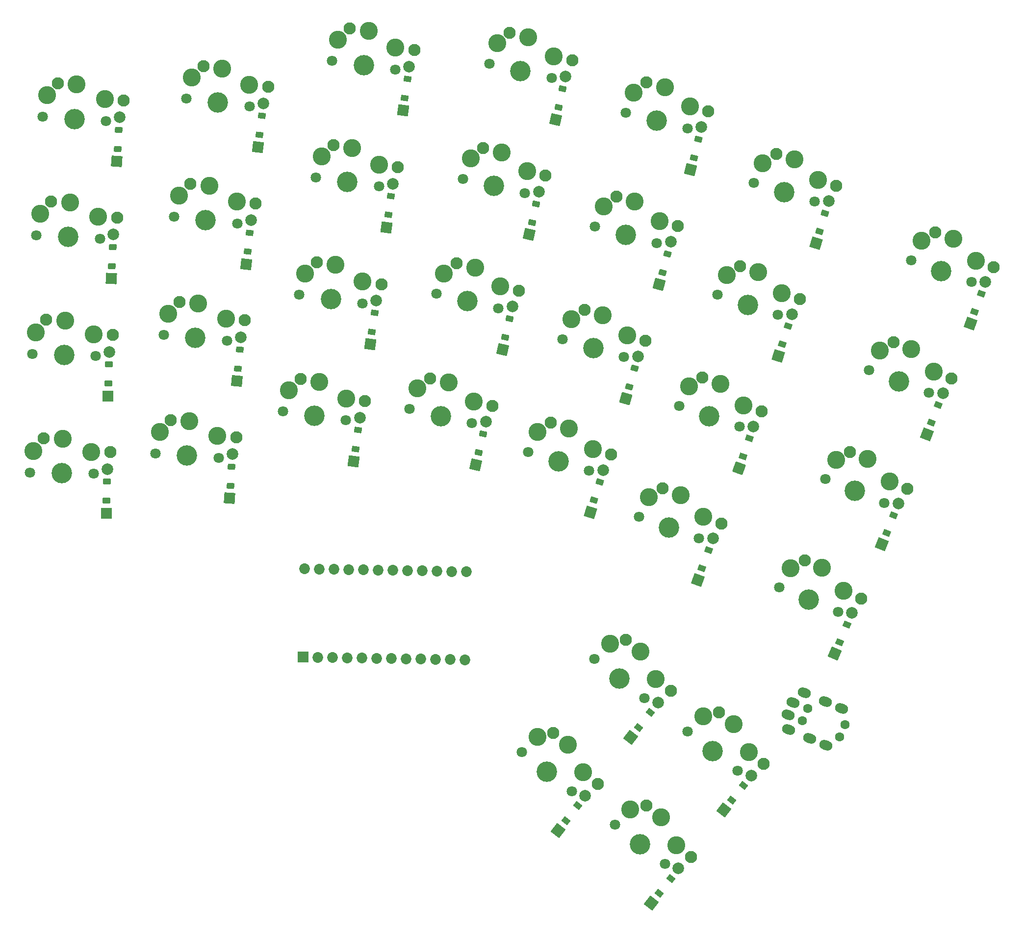
<source format=gbs>
%TF.GenerationSoftware,KiCad,Pcbnew,7.0.7+dfsg-1*%
%TF.CreationDate,2024-02-08T22:24:17-07:00*%
%TF.ProjectId,Keyboard,4b657962-6f61-4726-942e-6b696361645f,v1.0.0*%
%TF.SameCoordinates,Original*%
%TF.FileFunction,Soldermask,Bot*%
%TF.FilePolarity,Negative*%
%FSLAX46Y46*%
G04 Gerber Fmt 4.6, Leading zero omitted, Abs format (unit mm)*
G04 Created by KiCad (PCBNEW 7.0.7+dfsg-1) date 2024-02-08 22:24:17*
%MOMM*%
%LPD*%
G01*
G04 APERTURE LIST*
G04 Aperture macros list*
%AMRoundRect*
0 Rectangle with rounded corners*
0 $1 Rounding radius*
0 $2 $3 $4 $5 $6 $7 $8 $9 X,Y pos of 4 corners*
0 Add a 4 corners polygon primitive as box body*
4,1,4,$2,$3,$4,$5,$6,$7,$8,$9,$2,$3,0*
0 Add four circle primitives for the rounded corners*
1,1,$1+$1,$2,$3*
1,1,$1+$1,$4,$5*
1,1,$1+$1,$6,$7*
1,1,$1+$1,$8,$9*
0 Add four rect primitives between the rounded corners*
20,1,$1+$1,$2,$3,$4,$5,0*
20,1,$1+$1,$4,$5,$6,$7,0*
20,1,$1+$1,$6,$7,$8,$9,0*
20,1,$1+$1,$8,$9,$2,$3,0*%
%AMHorizOval*
0 Thick line with rounded ends*
0 $1 width*
0 $2 $3 position (X,Y) of the first rounded end (center of the circle)*
0 $4 $5 position (X,Y) of the second rounded end (center of the circle)*
0 Add line between two ends*
20,1,$1,$2,$3,$4,$5,0*
0 Add two circle primitives to create the rounded ends*
1,1,$1,$2,$3*
1,1,$1,$4,$5*%
G04 Aperture macros list end*
%ADD10RoundRect,0.050000X0.575627X-0.480785X0.622729X0.417982X-0.575627X0.480785X-0.622729X-0.417982X0*%
%ADD11RoundRect,0.050000X0.841255X-0.934308X0.934308X0.841255X-0.841255X0.934308X-0.934308X-0.841255X0*%
%ADD12C,2.005000*%
%ADD13C,1.600000*%
%ADD14HorizOval,1.700000X-0.276151X0.117219X0.276151X-0.117219X0*%
%ADD15RoundRect,0.050000X0.567148X-0.490758X0.629929X0.407050X-0.567148X0.490758X-0.629929X-0.407050X0*%
%ADD16RoundRect,0.050000X0.824821X-0.948848X0.948848X0.824821X-0.824821X0.948848X-0.948848X-0.824821X0*%
%ADD17C,3.529000*%
%ADD18C,1.801800*%
%ADD19C,3.100000*%
%ADD20C,2.100000*%
%ADD21RoundRect,0.050000X0.592055X-0.460403X0.607762X0.439460X-0.592055X0.460403X-0.607762X-0.439460X0*%
%ADD22RoundRect,0.050000X0.873349X-0.904380X0.904380X0.873349X-0.873349X0.904380X-0.904380X-0.873349X0*%
%ADD23RoundRect,0.050000X0.583930X-0.470666X0.615339X0.428786X-0.583930X0.470666X-0.615339X-0.428786X0*%
%ADD24RoundRect,0.050000X0.857433X-0.919484X0.919484X0.857433X-0.857433X0.919484X-0.919484X-0.857433X0*%
%ADD25RoundRect,0.050000X0.558497X-0.500581X0.636937X0.395994X-0.558497X0.500581X-0.636937X-0.395994X0*%
%ADD26RoundRect,0.050000X0.808136X-0.963099X0.963099X0.808136X-0.808136X0.963099X-0.963099X-0.808136X0*%
%ADD27RoundRect,0.050000X0.549675X-0.510252X0.643751X0.384818X-0.549675X0.510252X-0.643751X-0.384818X0*%
%ADD28RoundRect,0.050000X0.791204X-0.977056X0.977056X0.791204X-0.791204X0.977056X-0.977056X-0.791204X0*%
%ADD29RoundRect,0.050000X0.540686X-0.519767X0.650369X0.373524X-0.540686X0.519767X-0.650369X-0.373524X0*%
%ADD30RoundRect,0.050000X0.774032X-0.990715X0.990715X0.774032X-0.774032X0.990715X-0.990715X-0.774032X0*%
%ADD31RoundRect,0.050000X0.531533X-0.529124X0.656789X0.362117X-0.531533X0.529124X-0.656789X-0.362117X0*%
%ADD32RoundRect,0.050000X0.756623X-1.004073X1.004073X0.756623X-0.756623X1.004073X-1.004073X-0.756623X0*%
%ADD33RoundRect,0.050000X0.483394X-0.573437X0.685850X0.303496X-0.483394X0.573437X-0.685850X-0.303496X0*%
%ADD34RoundRect,0.050000X0.666234X-1.066196X1.066196X0.666234X-0.666234X1.066196X-1.066196X-0.666234X0*%
%ADD35RoundRect,0.050000X0.442216X-0.605760X0.705350X0.254914X-0.442216X0.605760X-0.705350X-0.254914X0*%
%ADD36RoundRect,0.050000X0.590236X-1.110073X1.110073X0.590236X-0.590236X1.110073X-1.110073X-0.590236X0*%
%ADD37RoundRect,0.050000X0.452720X-0.597950X0.700794X0.267185X-0.452720X0.597950X-0.700794X-0.267185X0*%
%ADD38RoundRect,0.050000X0.609520X-1.099603X1.099603X0.609520X-0.609520X1.099603X-1.099603X-0.609520X0*%
%ADD39RoundRect,0.050000X0.463087X-0.589958X0.696024X0.279375X-0.463087X0.589958X-0.696024X-0.279375X0*%
%ADD40RoundRect,0.050000X0.628618X-1.088798X1.088798X0.628618X-0.628618X1.088798X-1.088798X-0.628618X0*%
%ADD41RoundRect,0.050000X0.473313X-0.581786X0.691042X0.291480X-0.473313X0.581786X-0.691042X-0.291480X0*%
%ADD42RoundRect,0.050000X0.647524X-1.077661X1.077661X0.647524X-0.647524X1.077661X-1.077661X-0.647524X0*%
%ADD43RoundRect,0.050000X0.409907X-0.628074X0.717725X0.217650X-0.409907X0.628074X-0.717725X-0.217650X0*%
%ADD44RoundRect,0.050000X0.531331X-1.139443X1.139443X0.531331X-0.531331X1.139443X-1.139443X-0.531331X0*%
%ADD45RoundRect,0.050000X0.420805X-0.620824X0.713817X0.230142X-0.420805X0.620824X-0.713817X-0.230142X0*%
%ADD46RoundRect,0.050000X0.551136X-1.129996X1.129996X0.551136X-0.551136X1.129996X-1.129996X-0.551136X0*%
%ADD47RoundRect,0.050000X0.431576X-0.613386X0.709692X0.242565X-0.431576X0.613386X-0.709692X-0.242565X0*%
%ADD48RoundRect,0.050000X0.570773X-1.120205X1.120205X0.570773X-0.570773X1.120205X-1.120205X-0.570773X0*%
%ADD49RoundRect,0.050000X0.376474X-0.648666X0.728132X0.179789X-0.376474X0.648666X-0.728132X-0.179789X0*%
%ADD50RoundRect,0.050000X0.470969X-1.165689X1.165689X0.470969X-0.470969X1.165689X-1.165689X-0.470969X0*%
%ADD51RoundRect,0.050000X0.387737X-0.641997X0.724883X0.192469X-0.387737X0.641997X-0.724883X-0.192469X0*%
%ADD52RoundRect,0.050000X0.491241X-1.157292X1.157292X0.491241X-0.491241X1.157292X-1.157292X-0.491241X0*%
%ADD53RoundRect,0.050000X0.398883X-0.635132X0.721414X0.205090X-0.398883X0.635132X-0.721414X-0.205090X0*%
%ADD54RoundRect,0.050000X0.511364X-1.148542X1.148542X0.511364X-0.511364X1.148542X-1.148542X-0.511364X0*%
%ADD55RoundRect,0.050000X0.195759X-0.724002X0.749854X-0.014792X-0.195759X0.724002X-0.749854X0.014792X0*%
%ADD56RoundRect,0.050000X0.153219X-1.247865X1.247865X0.153219X-0.153219X1.247865X-1.247865X-0.153219X0*%
%ADD57C,1.852600*%
%ADD58RoundRect,0.050000X-0.891460X-0.860873X0.860873X-0.891460X0.891460X0.860873X-0.860873X0.891460X0*%
G04 APERTURE END LIST*
D10*
%TO.C,D3*%
X138473069Y-81342220D03*
X138300361Y-84637698D03*
D11*
X138187315Y-86794738D03*
D12*
X138586115Y-79185180D03*
%TD*%
D13*
%TO.C,TRRS1*%
X258401050Y-161054305D03*
X264844584Y-163789423D03*
X257502368Y-163171466D03*
X263945902Y-165906584D03*
D14*
X255915687Y-159999331D03*
X255130879Y-164663458D03*
X258812898Y-166226382D03*
X261574413Y-167398576D03*
X255017005Y-162116492D03*
X257826924Y-158311974D03*
X261508943Y-159874899D03*
X264270458Y-161047092D03*
%TD*%
D15*
%TO.C,D4*%
X139508895Y-61104619D03*
X139278699Y-64396581D03*
D16*
X139128025Y-66551319D03*
D12*
X139659569Y-58949881D03*
%TD*%
D17*
%TO.C,S1*%
X129686434Y-120370316D03*
D18*
X135185596Y-120466304D03*
X124187272Y-120274328D03*
D19*
X134751119Y-116708149D03*
X129790276Y-114421222D03*
D20*
X126515775Y-114364066D03*
X138025620Y-116765306D03*
D19*
X124752642Y-116533625D03*
X129790276Y-114421222D03*
%TD*%
D17*
%TO.C,S2*%
X130042463Y-99973423D03*
D18*
X135539113Y-100165370D03*
X124545813Y-99781476D03*
D19*
X135170290Y-96400205D03*
X130250115Y-94027048D03*
D20*
X126977110Y-93912752D03*
X138443295Y-96514501D03*
D19*
X125176382Y-96051210D03*
X130250115Y-94027048D03*
%TD*%
D17*
%TO.C,S3*%
X130754413Y-79585850D03*
D18*
X136246875Y-79873698D03*
X125261951Y-79298002D03*
D19*
X135943821Y-76102669D03*
X131065812Y-73644004D03*
D20*
X127795300Y-73472604D03*
X139214332Y-76274069D03*
D19*
X125957525Y-75579309D03*
X131065812Y-73644004D03*
%TD*%
D17*
%TO.C,S4*%
X131822066Y-59213808D03*
D18*
X137308668Y-59597469D03*
X126335464Y-58830147D03*
D19*
X137071473Y-55821725D03*
X132237117Y-53278302D03*
D20*
X128970095Y-53049849D03*
X140338495Y-56050178D03*
D19*
X127095833Y-55124160D03*
X132237117Y-53278302D03*
%TD*%
D17*
%TO.C,S5*%
X151286434Y-117370316D03*
D18*
X156773036Y-117753977D03*
X145799832Y-116986655D03*
D19*
X156535841Y-113978233D03*
X151701485Y-111434810D03*
D20*
X148434463Y-111206357D03*
X159802863Y-114206686D03*
D19*
X146560201Y-113280668D03*
X151701485Y-111434810D03*
%TD*%
D17*
%TO.C,S6*%
X152709466Y-97020009D03*
D18*
X158188537Y-97499366D03*
X147230395Y-96540652D03*
D19*
X158017274Y-93720058D03*
X153228043Y-91092651D03*
D20*
X149965505Y-90807215D03*
X161279811Y-94005493D03*
D19*
X148055327Y-92848500D03*
X153228043Y-91092651D03*
%TD*%
D17*
%TO.C,S7*%
X154487443Y-76697638D03*
D18*
X159957313Y-77272545D03*
X149017573Y-76122731D03*
D19*
X159852034Y-73490823D03*
X155109387Y-70780233D03*
D20*
X151852328Y-70437902D03*
X163109093Y-73833154D03*
D19*
X149906815Y-72445539D03*
X155109387Y-70780233D03*
%TD*%
D17*
%TO.C,S8*%
X156619824Y-56409391D03*
D18*
X162078828Y-57079672D03*
X151160820Y-55739110D03*
D19*
X162039565Y-53296690D03*
X157344947Y-50503741D03*
D20*
X154094358Y-50104619D03*
X165290153Y-53695812D03*
D19*
X152114103Y-52077996D03*
X157344947Y-50503741D03*
%TD*%
D17*
%TO.C,S9*%
X173275520Y-110511736D03*
D18*
X178721994Y-111277188D03*
X167829046Y-109746284D03*
D19*
X178748759Y-107494096D03*
X174103600Y-104619641D03*
D20*
X170860472Y-104163849D03*
X181991887Y-107949888D03*
D19*
X168846079Y-106102365D03*
X174103600Y-104619641D03*
%TD*%
D17*
%TO.C,S10*%
X176114651Y-90310268D03*
D18*
X181561125Y-91075720D03*
X170668177Y-89544816D03*
D19*
X181587890Y-87292628D03*
X176942731Y-84418173D03*
D20*
X173699603Y-83962381D03*
X184831018Y-87748420D03*
D19*
X171685210Y-85900897D03*
X176942731Y-84418173D03*
%TD*%
%TO.C,S11*%
X179781862Y-64216704D03*
X174524341Y-65699428D03*
D20*
X187670149Y-67546951D03*
X176538734Y-63760912D03*
D19*
X179781862Y-64216704D03*
X184427021Y-67091159D03*
D18*
X173507308Y-69343347D03*
X184400256Y-70874251D03*
D17*
X178953782Y-70108799D03*
%TD*%
%TO.C,S12*%
X181792914Y-49907331D03*
D18*
X187239388Y-50672783D03*
X176346440Y-49141879D03*
D19*
X187266153Y-46889691D03*
X182620994Y-44015236D03*
D20*
X179377866Y-43559444D03*
X190509281Y-47345483D03*
D19*
X177363473Y-45497960D03*
X182620994Y-44015236D03*
%TD*%
D17*
%TO.C,S13*%
X195082829Y-110547071D03*
D18*
X200441864Y-111784302D03*
X189723794Y-109309840D03*
D19*
X200798246Y-108017939D03*
X196421288Y-104749569D03*
D20*
X193230226Y-104012854D03*
X203989308Y-108754653D03*
D19*
X191054545Y-105768428D03*
X196421288Y-104749569D03*
%TD*%
D17*
%TO.C,S14*%
X199671831Y-90669922D03*
D18*
X205030866Y-91907153D03*
X194312796Y-89432691D03*
D19*
X205387248Y-88140790D03*
X201010290Y-84872420D03*
D20*
X197819228Y-84135705D03*
X208578310Y-88877504D03*
D19*
X195643547Y-85891279D03*
X201010290Y-84872420D03*
%TD*%
D17*
%TO.C,S15*%
X204260832Y-70792772D03*
D18*
X209619867Y-72030003D03*
X198901797Y-69555541D03*
D19*
X209976249Y-68263640D03*
X205599291Y-64995270D03*
D20*
X202408229Y-64258555D03*
X213167311Y-69000354D03*
D19*
X200232548Y-66014129D03*
X205599291Y-64995270D03*
%TD*%
D17*
%TO.C,S16*%
X208849834Y-50915623D03*
D18*
X214208869Y-52152854D03*
X203490799Y-49678392D03*
D19*
X214565251Y-48386491D03*
X210188293Y-45118121D03*
D20*
X206997231Y-44381406D03*
X217756313Y-49123205D03*
D19*
X204821550Y-46136980D03*
X210188293Y-45118121D03*
%TD*%
D17*
%TO.C,S17*%
X215454369Y-118329124D03*
D18*
X220714045Y-119937168D03*
X210194693Y-116721080D03*
D19*
X221332287Y-116204840D03*
X217193981Y-112639111D03*
D20*
X214062083Y-111681593D03*
X224464185Y-117162357D03*
D19*
X211769239Y-113281123D03*
X217193981Y-112639111D03*
%TD*%
D17*
%TO.C,S18*%
X221418752Y-98820507D03*
D18*
X226705691Y-100336512D03*
X216131813Y-97304502D03*
D19*
X227258701Y-96593962D03*
X223058794Y-93101000D03*
D20*
X219910662Y-92198288D03*
X230406833Y-97496675D03*
D19*
X217646084Y-93837589D03*
X223058794Y-93101000D03*
%TD*%
D17*
%TO.C,S19*%
X227041754Y-79210769D03*
D18*
X232354346Y-80634274D03*
X221729162Y-77787264D03*
D19*
X232841955Y-76882642D03*
X228581727Y-73463510D03*
D20*
X225418320Y-72615878D03*
X236005362Y-77730275D03*
D19*
X223182696Y-74294452D03*
X228581727Y-73463510D03*
%TD*%
D17*
%TO.C,S20*%
X232321663Y-59505882D03*
D18*
X237658289Y-60836452D03*
X226985037Y-58175312D03*
D19*
X238080349Y-57076883D03*
X233761098Y-53732622D03*
D20*
X230583380Y-52940328D03*
X241258067Y-57869177D03*
D19*
X228377391Y-54657664D03*
X233761098Y-53732622D03*
%TD*%
D17*
%TO.C,S21*%
X234452105Y-129759174D03*
D18*
X239620414Y-131640285D03*
X229283796Y-127878063D03*
D19*
X240433144Y-127945427D03*
X236487125Y-124168003D03*
D20*
X233409632Y-123047887D03*
X243510637Y-129065543D03*
D19*
X231036217Y-124525226D03*
X236487125Y-124168003D03*
%TD*%
D17*
%TO.C,S22*%
X241429316Y-110589444D03*
D18*
X246629668Y-112380069D03*
X236228964Y-108798819D03*
D19*
X247377789Y-108671590D03*
X243366447Y-104963608D03*
D20*
X240269873Y-103897373D03*
X250474363Y-109737826D03*
D19*
X237922604Y-105415909D03*
X243366447Y-104963608D03*
%TD*%
D17*
%TO.C,S23*%
X248070907Y-91300865D03*
D18*
X253301718Y-93000458D03*
X242840096Y-89601272D03*
D19*
X253985003Y-89279488D03*
X249909558Y-85642079D03*
D20*
X246794848Y-84630048D03*
X257099713Y-90291519D03*
D19*
X244474438Y-86189318D03*
X249909558Y-85642079D03*
%TD*%
D17*
%TO.C,S24*%
X254374853Y-71899313D03*
D18*
X259634529Y-73507357D03*
X249115177Y-70291269D03*
D19*
X260252771Y-69775029D03*
X256114465Y-66209300D03*
D20*
X252982567Y-65251782D03*
X263384669Y-70732546D03*
D19*
X250689723Y-66851312D03*
X256114465Y-66209300D03*
%TD*%
D17*
%TO.C,S25*%
X258583673Y-142235850D03*
D18*
X263646450Y-144384871D03*
X253520896Y-140086829D03*
D19*
X264651439Y-140737612D03*
X260908523Y-136758846D03*
D20*
X257893870Y-135479202D03*
X267666092Y-142017257D03*
D19*
X255446390Y-136830301D03*
X260908523Y-136758846D03*
%TD*%
D17*
%TO.C,S26*%
X266554588Y-123457551D03*
D18*
X271654099Y-125517887D03*
X261455077Y-121397215D03*
D19*
X272595282Y-121853645D03*
X268783497Y-117940807D03*
D20*
X265746970Y-116713970D03*
X275631809Y-123080481D03*
D19*
X263323443Y-118107579D03*
X268783497Y-117940807D03*
%TD*%
D17*
%TO.C,S27*%
X274196562Y-104543000D03*
D18*
X279331254Y-106514024D03*
X269061870Y-102571976D03*
D19*
X280208344Y-102833913D03*
X276328851Y-98988196D03*
D20*
X273271375Y-97814541D03*
X283265820Y-104007568D03*
D19*
X270872540Y-99250234D03*
X276328851Y-98988196D03*
%TD*%
D17*
%TO.C,S28*%
X281507269Y-85497959D03*
D18*
X286675578Y-87379070D03*
X276338960Y-83616848D03*
D19*
X287488308Y-83684212D03*
X283542289Y-79906788D03*
D20*
X280464796Y-78786672D03*
X290565801Y-84804328D03*
D19*
X278091381Y-80264011D03*
X283542289Y-79906788D03*
%TD*%
%TO.C,S29*%
X217048812Y-167247970D03*
X211754303Y-165903286D03*
D20*
X222215146Y-174076192D03*
X214468077Y-165231679D03*
D19*
X217048812Y-167247970D03*
X219634410Y-172059901D03*
D18*
X209051567Y-168550496D03*
X217719685Y-175322772D03*
D17*
X213385626Y-171936634D03*
%TD*%
D19*
%TO.C,S30*%
X229608306Y-151172551D03*
X224313797Y-149827867D03*
D20*
X234774640Y-158000773D03*
X227027571Y-149156260D03*
D19*
X229608306Y-151172551D03*
X232193904Y-155984482D03*
D18*
X221611061Y-152475077D03*
X230279179Y-159247353D03*
D17*
X225945120Y-155861215D03*
%TD*%
D19*
%TO.C,S31*%
X233124232Y-179807464D03*
X227829723Y-178462780D03*
D20*
X238290566Y-186635686D03*
X230543497Y-177791173D03*
D19*
X233124232Y-179807464D03*
X235709830Y-184619395D03*
D18*
X225126987Y-181109990D03*
X233795105Y-187882266D03*
D17*
X229461046Y-184496128D03*
%TD*%
D19*
%TO.C,S32*%
X245683726Y-163732045D03*
X240389217Y-162387361D03*
D20*
X250850060Y-170560267D03*
X243102991Y-161715754D03*
D19*
X245683726Y-163732045D03*
X248269324Y-168543976D03*
D18*
X237686481Y-165034571D03*
X246354599Y-171806847D03*
D17*
X242020540Y-168420709D03*
%TD*%
D21*
%TO.C,D1*%
X137461685Y-121856239D03*
X137404093Y-125155737D03*
D22*
X137366395Y-127315408D03*
D12*
X137499383Y-119696568D03*
%TD*%
D23*
%TO.C,D2*%
X137790597Y-101594817D03*
X137675429Y-104892807D03*
D24*
X137600046Y-107051491D03*
D12*
X137865980Y-99436133D03*
%TD*%
D15*
%TO.C,D5*%
X158973262Y-119261128D03*
X158743066Y-122553090D03*
D16*
X158592392Y-124707828D03*
D12*
X159123936Y-117106390D03*
%TD*%
D25*
%TO.C,D6*%
X160362125Y-99044687D03*
X160074511Y-102332129D03*
D26*
X159886255Y-104483910D03*
D12*
X160550381Y-96892906D03*
%TD*%
D27*
%TO.C,D7*%
X162103601Y-78855564D03*
X161758657Y-82137486D03*
D28*
X161532876Y-84285653D03*
D12*
X162329382Y-76707397D03*
%TD*%
D29*
%TO.C,D8*%
X164197160Y-58699909D03*
X163794992Y-61975311D03*
D30*
X163531754Y-64119211D03*
D12*
X164460398Y-56556009D03*
%TD*%
D31*
%TO.C,D9*%
X180811727Y-112934149D03*
X180352455Y-116202033D03*
D32*
X180051841Y-118341012D03*
D12*
X181112341Y-110795170D03*
%TD*%
D31*
%TO.C,D10*%
X183650859Y-92732680D03*
X183191587Y-96000564D03*
D32*
X182890973Y-98139543D03*
D12*
X183951473Y-90593701D03*
%TD*%
D31*
%TO.C,D11*%
X186489990Y-72531212D03*
X186030718Y-75799096D03*
D32*
X185730104Y-77938075D03*
D12*
X186790604Y-70392233D03*
%TD*%
D31*
%TO.C,D12*%
X189329121Y-52329743D03*
X188869849Y-55597627D03*
D32*
X188569235Y-57736606D03*
D12*
X189629735Y-50190764D03*
%TD*%
D33*
%TO.C,D13*%
X202379232Y-113617089D03*
X201636894Y-116832511D03*
D34*
X201150999Y-118937150D03*
D12*
X202865127Y-111512450D03*
%TD*%
D33*
%TO.C,D14*%
X206968233Y-93739939D03*
X206225895Y-96955361D03*
D34*
X205740000Y-99060000D03*
D12*
X207454128Y-91635300D03*
%TD*%
D33*
%TO.C,D15*%
X211557234Y-73862790D03*
X210814896Y-77078212D03*
D34*
X210329001Y-79182851D03*
D12*
X212043129Y-71758151D03*
%TD*%
D33*
%TO.C,D16*%
X216146236Y-53985641D03*
X215403898Y-57201063D03*
D34*
X214918003Y-59305702D03*
D12*
X216632131Y-51881002D03*
%TD*%
D35*
%TO.C,D17*%
X222518844Y-121900635D03*
X221554018Y-125056441D03*
D36*
X220922495Y-127122059D03*
D12*
X223150367Y-119835017D03*
%TD*%
D37*
%TO.C,D18*%
X228544483Y-102268182D03*
X227634879Y-105440346D03*
D38*
X227039503Y-107516671D03*
D12*
X229139859Y-100191857D03*
%TD*%
D39*
%TO.C,D19*%
X234226570Y-82533557D03*
X233372468Y-85721113D03*
D40*
X232813418Y-87807512D03*
D12*
X234785620Y-80447158D03*
%TD*%
D41*
%TO.C,D20*%
X239563375Y-62702772D03*
X238765033Y-65904748D03*
D42*
X238242482Y-68000587D03*
D12*
X240085926Y-60606933D03*
%TD*%
D43*
%TO.C,D21*%
X241319980Y-133695516D03*
X240191314Y-136796502D03*
D44*
X239452550Y-138826238D03*
D12*
X242058744Y-131665780D03*
%TD*%
D45*
%TO.C,D22*%
X248364844Y-114405326D03*
X247290470Y-117525538D03*
D46*
X246587242Y-119567858D03*
D12*
X249068072Y-112363006D03*
%TD*%
D47*
%TO.C,D23*%
X255071974Y-94995125D03*
X254052218Y-98133611D03*
D48*
X253384741Y-100187893D03*
D12*
X255739451Y-92940843D03*
%TD*%
D35*
%TO.C,D24*%
X261439328Y-75470823D03*
X260474502Y-78626629D03*
D36*
X259842979Y-80692247D03*
D12*
X262070851Y-73405205D03*
%TD*%
D49*
%TO.C,D25*%
X265236123Y-146526234D03*
X263946711Y-149563900D03*
D50*
X263102731Y-151552190D03*
D12*
X266080103Y-144537944D03*
%TD*%
D51*
%TO.C,D26*%
X273280903Y-127631181D03*
X272044701Y-130690887D03*
D52*
X271235551Y-132693604D03*
D12*
X274090053Y-125628464D03*
%TD*%
D53*
%TO.C,D27*%
X280994693Y-108598603D03*
X279812079Y-111679419D03*
D54*
X279038004Y-113695952D03*
D12*
X281768768Y-106582070D03*
%TD*%
D43*
%TO.C,D28*%
X288375143Y-89434301D03*
X287246477Y-92535287D03*
D44*
X286507713Y-94565023D03*
D12*
X289113907Y-87404565D03*
%TD*%
D55*
%TO.C,D29*%
X218700967Y-177802608D03*
X216669285Y-180403044D03*
D56*
X215339456Y-182105147D03*
D12*
X220030796Y-176100505D03*
%TD*%
D55*
%TO.C,D30*%
X231260461Y-161727189D03*
X229228779Y-164327625D03*
D56*
X227898950Y-166029728D03*
D12*
X232590290Y-160025086D03*
%TD*%
D55*
%TO.C,D31*%
X234776386Y-190362102D03*
X232744704Y-192962538D03*
D56*
X231414875Y-194664641D03*
D12*
X236106215Y-188659999D03*
%TD*%
D55*
%TO.C,D32*%
X247335880Y-174286683D03*
X245304198Y-176887119D03*
D56*
X243974369Y-178589222D03*
D12*
X248665709Y-172584580D03*
%TD*%
D57*
%TO.C,MCU1*%
X199520860Y-137404971D03*
X196981246Y-137360642D03*
X194441633Y-137316312D03*
X191902020Y-137271983D03*
X189362407Y-137227654D03*
X186822794Y-137183325D03*
X184283181Y-137138996D03*
X181743568Y-137094667D03*
X179203954Y-137050338D03*
X176664341Y-137006009D03*
X174124728Y-136961680D03*
X171585115Y-136917350D03*
X199254885Y-152642650D03*
X196715272Y-152598320D03*
X194175659Y-152553991D03*
X191636046Y-152509662D03*
X189096432Y-152465333D03*
X186556819Y-152421004D03*
X184017206Y-152376675D03*
X181477593Y-152332346D03*
X178937980Y-152288017D03*
X176398367Y-152243688D03*
X173858754Y-152199358D03*
D58*
X171319140Y-152155029D03*
%TD*%
M02*

</source>
